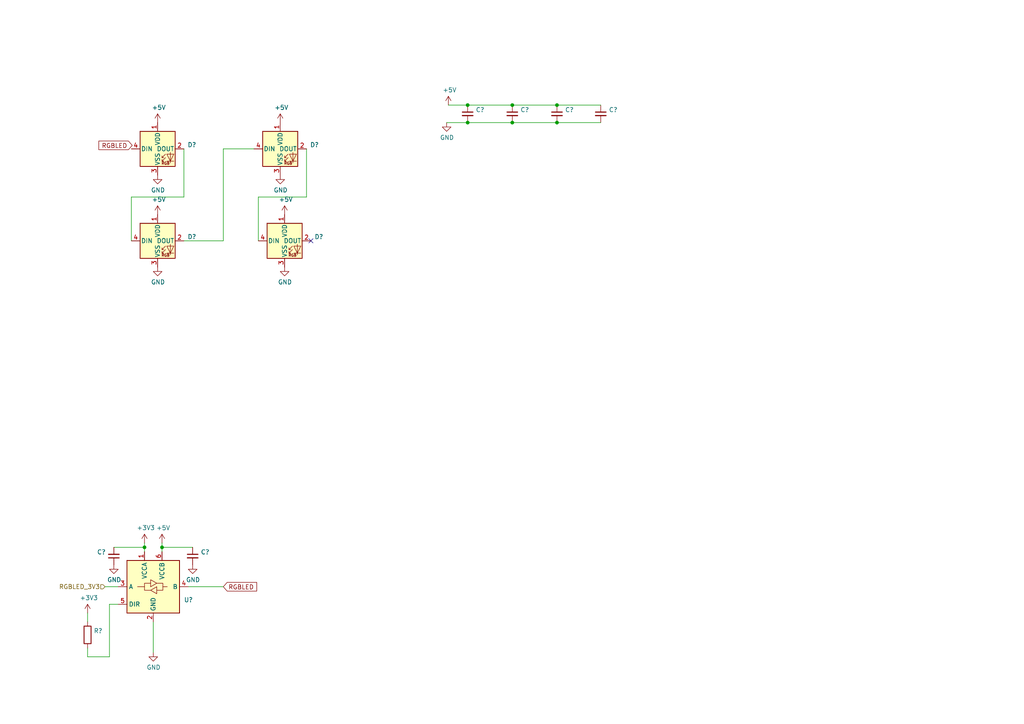
<source format=kicad_sch>
(kicad_sch (version 20211123) (generator eeschema)
  (paper "A4")
  (lib_symbols
    (symbol "Device:C_Small" (pin_numbers hide) (pin_names (offset 0.254) hide)
      (property "Reference" "C" (at 0.254 1.778 0))
      (property "Value" "C_Small" (at 0.254 -2.032 0))
      (symbol "C_Small_0_1"
        (polyline (pts (xy -1.524 -0.508) (xy 1.524 -0.508)) (stroke (width 0.3302)))
        (polyline (pts (xy -1.524 0.508) (xy 1.524 0.508)) (stroke (width 0.3048)))
      )
      (symbol "C_Small_1_1"
        (pin passive line (at 0 2.54 270) (length 2.032) (name "~") (number "1"))
        (pin passive line (at 0 -2.54 90) (length 2.032) (name "~") (number "2"))
      )
    )
    (symbol "Device:R" (pin_numbers hide) (pin_names (offset 0))
      (property "Reference" "R" (at 2.032 0 90))
      (property "Value" "R" (at 0 0 90))
      (symbol "R_0_1"
        (rectangle (start -1.016 -2.54) (end 1.016 2.54) (stroke (width 0.254)))
      )
      (symbol "R_1_1"
        (pin passive line (at 0 3.81 270) (length 1.27) (name "~") (number "1"))
        (pin passive line (at 0 -3.81 90) (length 1.27) (name "~") (number "2"))
      )
    )
    (symbol "LED:WS2812B" (pin_names (offset 0.254))
      (property "Reference" "D" (at 5.08 5.715 0))
      (property "Value" "WS2812B" (at 1.27 -5.715 0))
      (symbol "WS2812B_0_0"
        (text "RGB" (at 2.286 -4.191 0) (effects (font (size 0.762 0.762))))
      )
      (symbol "WS2812B_0_1"
        (polyline (pts (xy 1.27 -3.556) (xy 1.778 -3.556)))
        (polyline (pts (xy 1.27 -2.54) (xy 1.778 -2.54)))
        (polyline (pts (xy 4.699 -3.556) (xy 2.667 -3.556)))
        (polyline (pts (xy 2.286 -2.54) (xy 1.27 -3.556) (xy 1.27 -3.048)))
        (polyline (pts (xy 2.286 -1.524) (xy 1.27 -2.54) (xy 1.27 -2.032)))
        (polyline (pts (xy 3.683 -1.016) (xy 3.683 -3.556) (xy 3.683 -4.064)))
        (polyline (pts (xy 4.699 -1.524) (xy 2.667 -1.524) (xy 3.683 -3.556) (xy 4.699 -1.524)))
        (rectangle (start 5.08 5.08) (end -5.08 -5.08) (stroke (width 0.254)) (fill (type background)))
      )
      (symbol "WS2812B_1_1"
        (pin power_in line (at 0 7.62 270) (length 2.54) (name "VDD") (number "1"))
        (pin output line (at 7.62 0 180) (length 2.54) (name "DOUT") (number "2"))
        (pin power_in line (at 0 -7.62 90) (length 2.54) (name "VSS") (number "3"))
        (pin input line (at -7.62 0 0) (length 2.54) (name "DIN") (number "4"))
      )
    )
    (symbol "Logic_LevelTranslator:SN74LVC1T45DBV"
      (property "Reference" "U" (at -6.35 8.89 0))
      (property "Value" "SN74LVC1T45DBV" (at 3.81 8.89 0))
      (symbol "SN74LVC1T45DBV_0_1"
        (rectangle (start -7.62 7.62) (end 7.62 -7.62) (stroke (width 0.254)) (fill (type background)))
        (polyline (pts (xy -2.54 0) (xy -2.54 1.016) (xy -0.762 1.016)))
        (polyline (pts (xy 2.794 0) (xy 2.794 -1.016) (xy 1.016 -1.016)))
        (polyline (pts (xy -0.762 -1.016) (xy -2.54 -1.016) (xy -2.54 0) (xy -4.572 0)))
        (polyline (pts (xy -0.762 0) (xy -0.762 2.032) (xy 1.016 1.016) (xy -0.762 0)))
        (polyline (pts (xy 1.016 1.016) (xy 2.794 1.016) (xy 2.794 0) (xy 4.064 0)))
        (polyline (pts (xy 1.016 0) (xy 1.016 -1.778) (xy 1.016 -2.032) (xy -0.762 -1.016) (xy 1.016 0)))
      )
      (symbol "SN74LVC1T45DBV_1_1"
        (pin power_in line (at -2.54 10.16 270) (length 2.54) (name "VCCA") (number "1"))
        (pin power_in line (at 0 -10.16 90) (length 2.54) (name "GND") (number "2"))
        (pin bidirectional line (at -10.16 0 0) (length 2.54) (name "A") (number "3"))
        (pin bidirectional line (at 10.16 0 180) (length 2.54) (name "B") (number "4"))
        (pin input line (at -10.16 -5.08 0) (length 2.54) (name "DIR") (number "5"))
        (pin power_in line (at 2.54 10.16 270) (length 2.54) (name "VCCB") (number "6"))
      )
    )
    (symbol "power:+3V3" (power) (pin_names (offset 0))
      (property "Value" "+3V3" (at 0 3.556 0))
      (symbol "+3V3_0_1"
        (polyline (pts (xy -0.762 1.27) (xy 0 2.54)))
        (polyline (pts (xy 0 0) (xy 0 2.54)))
        (polyline (pts (xy 0 2.54) (xy 0.762 1.27)))
      )
      (symbol "+3V3_1_1"
        (pin power_in line (at 0 0 90) (length 0) hide (name "+3V3") (number "1"))
      )
    )
    (symbol "power:+5V" (power) (pin_names (offset 0))
      (property "Value" "+5V" (at 0 3.556 0))
      (symbol "+5V_0_1"
        (polyline (pts (xy -0.762 1.27) (xy 0 2.54)))
        (polyline (pts (xy 0 0) (xy 0 2.54)))
        (polyline (pts (xy 0 2.54) (xy 0.762 1.27)))
      )
      (symbol "+5V_1_1"
        (pin power_in line (at 0 0 90) (length 0) hide (name "+5V") (number "1"))
      )
    )
    (symbol "power:GND" (power) (pin_names (offset 0))
      (property "Value" "GND" (at 0 -3.81 0))
      (symbol "GND_0_1"
        (polyline (pts (xy 0 0) (xy 0 -1.27) (xy 1.27 -1.27) (xy 0 -2.54) (xy -1.27 -1.27) (xy 0 -1.27)))
      )
      (symbol "GND_1_1"
        (pin power_in line (at 0 0 270) (length 0) hide (name "GND") (number "1"))
      )
    )
  )
  (junction (at 135.636 30.48))
  (junction (at 148.59 30.48))
  (junction (at 46.99 158.75))
  (junction (at 148.59 35.56))
  (junction (at 161.544 30.48))
  (junction (at 161.544 35.56))
  (junction (at 41.91 158.75))
  (junction (at 135.636 35.56))
  (no_connect (at 90.17 69.85))
  (wire (pts (xy 135.636 35.56) (xy 148.59 35.56)))
  (wire (pts (xy 161.544 35.56) (xy 174.244 35.56)))
  (wire (pts (xy 148.59 30.48) (xy 161.544 30.48)))
  (wire (pts (xy 148.59 35.56) (xy 161.544 35.56)))
  (wire (pts (xy 41.91 158.75) (xy 41.91 160.02)))
  (wire (pts (xy 64.77 43.18) (xy 73.66 43.18)))
  (wire (pts (xy 64.77 170.18) (xy 54.61 170.18)))
  (wire (pts (xy 44.45 180.34) (xy 44.45 189.23)))
  (wire (pts (xy 33.02 158.75) (xy 41.91 158.75)))
  (wire (pts (xy 46.99 158.75) (xy 55.88 158.75)))
  (wire (pts (xy 88.9 57.15) (xy 74.93 57.15)))
  (wire (pts (xy 53.34 43.18) (xy 53.34 57.15)))
  (wire (pts (xy 25.4 177.8) (xy 25.4 180.34)))
  (wire (pts (xy 25.4 187.96) (xy 25.4 190.5)))
  (wire (pts (xy 41.91 157.48) (xy 41.91 158.75)))
  (wire (pts (xy 34.29 175.26) (xy 31.75 175.26)))
  (wire (pts (xy 25.4 190.5) (xy 31.75 190.5)))
  (wire (pts (xy 129.54 35.56) (xy 135.636 35.56)))
  (wire (pts (xy 38.1 57.15) (xy 38.1 69.85)))
  (wire (pts (xy 53.34 57.15) (xy 38.1 57.15)))
  (wire (pts (xy 30.48 170.18) (xy 34.29 170.18)))
  (wire (pts (xy 88.9 43.18) (xy 88.9 57.15)))
  (wire (pts (xy 53.34 69.85) (xy 64.77 69.85)))
  (wire (pts (xy 130.048 30.48) (xy 135.636 30.48)))
  (wire (pts (xy 64.77 69.85) (xy 64.77 43.18)))
  (wire (pts (xy 31.75 175.26) (xy 31.75 190.5)))
  (wire (pts (xy 46.99 157.48) (xy 46.99 158.75)))
  (wire (pts (xy 74.93 57.15) (xy 74.93 69.85)))
  (wire (pts (xy 46.99 158.75) (xy 46.99 160.02)))
  (wire (pts (xy 135.636 30.48) (xy 148.59 30.48)))
  (wire (pts (xy 161.544 30.48) (xy 174.244 30.48)))
  (global_label "RGBLED" (shape input) (at 64.77 170.18 0) (property "Intersheet References" "${INTERSHEET_REFS}" (effects hide)))
  (global_label "RGBLED" (shape input) (at 38.354 42.164 180) (property "Intersheet References" "${INTERSHEET_REFS}" (effects hide)))
  (hierarchical_label "RGBLED_3V3" (shape input) (at 30.48 170.18 180))
  (symbol (lib_id "LED:WS2812B") (at 81.28 43.18 0) (unit 1)
    (property "Reference" "D?" (at 89.9414 42.0116 0) (effects (justify left)))
    (property "Datasheet" "https://cdn-shop.adafruit.com/datasheets/WS2812B.pdf" (effects hide))
  )
  (symbol (lib_id "LED:WS2812B") (at 82.55 69.85 0) (unit 1)
    (property "Reference" "D?" (at 91.2114 68.6816 0) (effects (justify left)))
    (property "Datasheet" "https://cdn-shop.adafruit.com/datasheets/WS2812B.pdf" (effects hide))
  )
  (symbol (lib_id "power:+5V") (at 130.048 30.48 0) (unit 1)
    (property "Reference" "#PWR?" (effects hide))
  )
  (symbol (lib_id "power:GND") (at 82.55 77.47 0) (unit 1)
    (property "Reference" "#PWR?" (effects hide))
  )
  (symbol (lib_id "power:GND") (at 45.72 50.8 0) (unit 1)
    (property "Reference" "#PWR?" (effects hide))
  )
  (symbol (lib_id "Device:C_Small") (at 135.636 33.02 0) (unit 1)
    (property "Reference" "C?" (at 137.9728 31.8516 0) (effects (justify left)))
  )
  (symbol (lib_id "power:GND") (at 45.72 77.47 0) (unit 1)
    (property "Reference" "#PWR?" (effects hide))
  )
  (symbol (lib_id "power:GND") (at 81.28 50.8 0) (unit 1)
    (property "Reference" "#PWR?" (effects hide))
  )
  (symbol (lib_id "power:+5V") (at 45.72 62.23 0) (unit 1)
    (property "Reference" "#PWR?" (effects hide))
  )
  (symbol (lib_id "power:GND") (at 129.54 35.56 0) (unit 1)
    (property "Reference" "#PWR?" (effects hide))
  )
  (symbol (lib_id "LED:WS2812B") (at 45.72 43.18 0) (unit 1)
    (property "Reference" "D?" (at 54.3814 42.0116 0) (effects (justify left)))
    (property "Datasheet" "https://cdn-shop.adafruit.com/datasheets/WS2812B.pdf" (effects hide))
  )
  (symbol (lib_id "LED:WS2812B") (at 45.72 69.85 0) (unit 1)
    (property "Reference" "D?" (at 54.3814 68.6816 0) (effects (justify left)))
    (property "Datasheet" "https://cdn-shop.adafruit.com/datasheets/WS2812B.pdf" (effects hide))
  )
  (symbol (lib_id "power:+5V") (at 45.72 35.56 0) (unit 1)
    (property "Reference" "#PWR?" (effects hide))
  )
  (symbol (lib_id "Device:C_Small") (at 161.544 33.02 0) (unit 1)
    (property "Reference" "C?" (at 163.8808 31.8516 0) (effects (justify left)))
  )
  (symbol (lib_id "power:+5V") (at 82.55 62.23 0) (unit 1)
    (property "Reference" "#PWR?" (effects hide))
  )
  (symbol (lib_id "Device:C_Small") (at 148.59 33.02 0) (unit 1)
    (property "Reference" "C?" (at 150.9268 31.8516 0) (effects (justify left)))
  )
  (symbol (lib_id "Device:C_Small") (at 174.244 33.02 0) (unit 1)
    (property "Reference" "C?" (at 176.5808 31.8516 0) (effects (justify left)))
  )
  (symbol (lib_id "power:+5V") (at 81.28 35.56 0) (unit 1)
    (property "Reference" "#PWR?" (effects hide))
  )
  (symbol (lib_id "Device:R") (at 25.4 184.15 0) (unit 1)
    (property "Reference" "R?" (at 27.178 182.9816 0) (effects (justify left)))
  )
  (symbol (lib_id "power:+5V") (at 46.99 157.48 0) (unit 1)
    (property "Reference" "#PWR?" (effects hide))
  )
  (symbol (lib_id "power:+3V3") (at 41.91 157.48 0) (unit 1)
    (property "Reference" "#PWR?" (effects hide))
  )
  (symbol (lib_id "power:GND") (at 44.45 189.23 0) (unit 1)
    (property "Reference" "#PWR?" (effects hide))
  )
  (symbol (lib_id "Device:C_Small") (at 55.88 161.29 0) (unit 1)
    (property "Reference" "C?" (at 58.2168 160.1216 0) (effects (justify left)))
  )
  (symbol (lib_id "Device:C_Small") (at 33.02 161.29 0) (mirror x) (unit 1)
    (property "Reference" "C?" (at 30.7086 160.1216 0) (effects (justify right)))
  )
  (symbol (lib_id "power:GND") (at 33.02 163.83 0) (unit 1)
    (property "Reference" "#PWR?" (effects hide))
  )
  (symbol (lib_id "power:GND") (at 55.88 163.83 0) (unit 1)
    (property "Reference" "#PWR?" (effects hide))
  )
  (symbol (lib_id "power:+3V3") (at 25.4 177.8 0) (unit 1)
    (property "Reference" "#PWR?" (effects hide))
  )
  (symbol (lib_id "Logic_LevelTranslator:SN74LVC1T45DBV") (at 44.45 170.18 0) (unit 1)
    (property "Reference" "U?" (at 53.34 173.99 0) (effects (justify left)))
    (property "Datasheet" "http://www.ti.com/lit/ds/symlink/sn74lvc1t45.pdf" (effects hide))
  )
)
</source>
